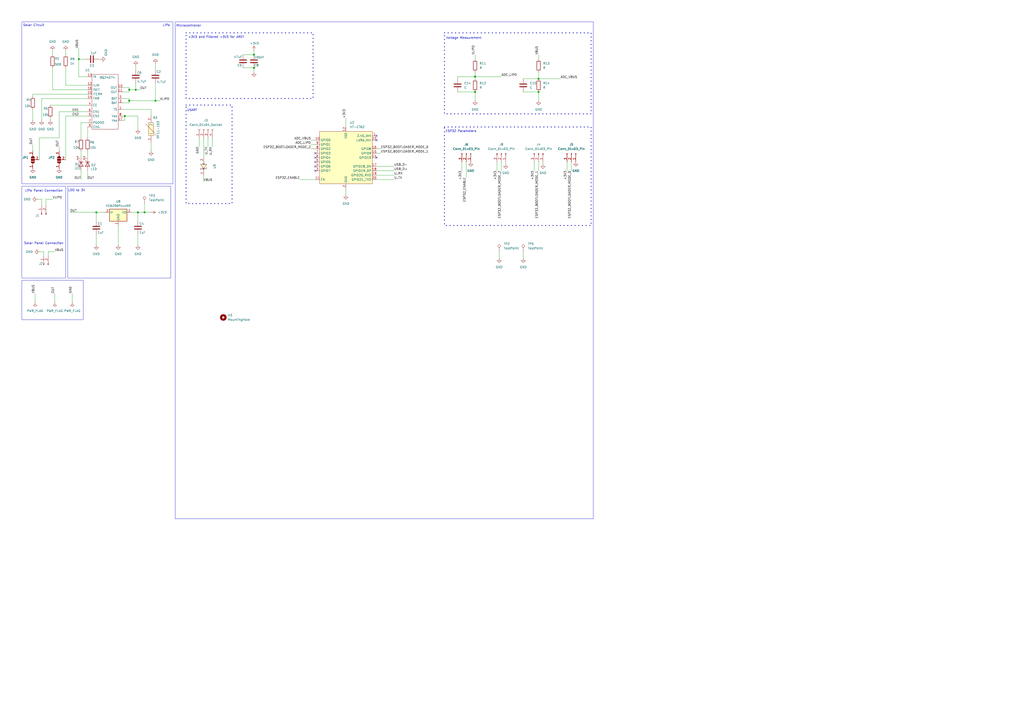
<source format=kicad_sch>
(kicad_sch (version 20231120) (generator "eeschema") (generator_version "8.0")
  (paper "A2")
  (title_block (title "SRCS") (date "2024-06-16"))
  (lib_symbols
    (symbol "Connector:Conn_01x02_Pin" (pin_names (offset 1.016) hide)
      (property "Reference" "J" (at 0 2.54 0))
      (property "Value" "Conn_01x02_Pin" (at 0 -5.08 0))
      (symbol "Conn_01x02_Pin_1_1"
        (polyline (pts (xy 1.27 -2.54) (xy 0.8636 -2.54)) (stroke (width 0.1524)))
        (polyline (pts (xy 1.27 0) (xy 0.8636 0)) (stroke (width 0.1524)))
        (rectangle (start 0.8636 -2.413) (end 0 -2.667) (stroke (width 0.1524)) (fill (type outline)))
        (rectangle (start 0.8636 0.127) (end 0 -0.127) (stroke (width 0.1524)) (fill (type outline)))
        (pin passive line (at 5.08 0 180) (length 3.81) (name "Pin_1") (number "1"))
        (pin passive line (at 5.08 -2.54 180) (length 3.81) (name "Pin_2") (number "2"))
      )
    )
    (symbol "Connector:Conn_01x03_Pin" (pin_names (offset 1.016) hide)
      (property "Reference" "J" (at 0 5.08 0))
      (property "Value" "Conn_01x03_Pin" (at 0 -5.08 0))
      (symbol "Conn_01x03_Pin_1_1"
        (polyline (pts (xy 1.27 -2.54) (xy 0.8636 -2.54)) (stroke (width 0.1524)))
        (polyline (pts (xy 1.27 0) (xy 0.8636 0)) (stroke (width 0.1524)))
        (polyline (pts (xy 1.27 2.54) (xy 0.8636 2.54)) (stroke (width 0.1524)))
        (rectangle (start 0.8636 -2.413) (end 0 -2.667) (stroke (width 0.1524)) (fill (type outline)))
        (rectangle (start 0.8636 0.127) (end 0 -0.127) (stroke (width 0.1524)) (fill (type outline)))
        (rectangle (start 0.8636 2.667) (end 0 2.413) (stroke (width 0.1524)) (fill (type outline)))
        (pin passive line (at 5.08 2.54 180) (length 3.81) (name "Pin_1") (number "1"))
        (pin passive line (at 5.08 0 180) (length 3.81) (name "Pin_2") (number "2"))
        (pin passive line (at 5.08 -2.54 180) (length 3.81) (name "Pin_3") (number "3"))
      )
    )
    (symbol "Connector:Conn_01x04_Socket" (pin_names (offset 1.016) hide)
      (property "Reference" "J" (at 0 5.08 0))
      (property "Value" "Conn_01x04_Socket" (at 0 -7.62 0))
      (symbol "Conn_01x04_Socket_1_1"
        (arc (start 0 -4.572) (mid -0.5058 -5.08) (end 0 -5.588) (stroke (width 0.1524)))
        (arc (start 0 -2.032) (mid -0.5058 -2.54) (end 0 -3.048) (stroke (width 0.1524)))
        (polyline (pts (xy -1.27 -5.08) (xy -0.508 -5.08)) (stroke (width 0.1524)))
        (polyline (pts (xy -1.27 -2.54) (xy -0.508 -2.54)) (stroke (width 0.1524)))
        (polyline (pts (xy -1.27 0) (xy -0.508 0)) (stroke (width 0.1524)))
        (polyline (pts (xy -1.27 2.54) (xy -0.508 2.54)) (stroke (width 0.1524)))
        (arc (start 0 0.508) (mid -0.5058 0) (end 0 -0.508) (stroke (width 0.1524)))
        (arc (start 0 3.048) (mid -0.5058 2.54) (end 0 2.032) (stroke (width 0.1524)))
        (pin passive line (at -5.08 2.54 0) (length 3.81) (name "Pin_1") (number "1"))
        (pin passive line (at -5.08 0 0) (length 3.81) (name "Pin_2") (number "2"))
        (pin passive line (at -5.08 -2.54 0) (length 3.81) (name "Pin_3") (number "3"))
        (pin passive line (at -5.08 -5.08 0) (length 3.81) (name "Pin_4") (number "4"))
      )
    )
    (symbol "Connector:TestPoint" (pin_numbers hide) (pin_names (offset 0.762) hide)
      (property "Reference" "TP" (at 0 6.858 0))
      (property "Value" "TestPoint" (at 0 5.08 0))
      (symbol "TestPoint_0_1"
        (circle (center 0 3.302) (radius 0.762))
      )
      (symbol "TestPoint_1_1"
        (pin passive line (at 0 0 90) (length 2.54) (name "1") (number "1"))
      )
    )
    (symbol "Device:C" (pin_numbers hide) (pin_names (offset 0.254))
      (property "Reference" "C" (at 0.635 2.54 0))
      (property "Value" "C" (at 0.635 -2.54 0))
      (symbol "C_0_1"
        (polyline (pts (xy -2.032 -0.762) (xy 2.032 -0.762)) (stroke (width 0.508)))
        (polyline (pts (xy -2.032 0.762) (xy 2.032 0.762)) (stroke (width 0.508)))
      )
      (symbol "C_1_1"
        (pin passive line (at 0 3.81 270) (length 2.794) (name "~") (number "1"))
        (pin passive line (at 0 -3.81 90) (length 2.794) (name "~") (number "2"))
      )
    )
    (symbol "Device:LED" (pin_numbers hide) (pin_names (offset 1.016) hide)
      (property "Reference" "D" (at 0 2.54 0))
      (property "Value" "LED" (at 0 -2.54 0))
      (symbol "LED_0_1"
        (polyline (pts (xy -1.27 -1.27) (xy -1.27 1.27)) (stroke (width 0.254)))
        (polyline (pts (xy -1.27 0) (xy 1.27 0)))
        (polyline (pts (xy 1.27 -1.27) (xy 1.27 1.27) (xy -1.27 0) (xy 1.27 -1.27)) (stroke (width 0.254)))
        (polyline (pts (xy -3.048 -0.762) (xy -4.572 -2.286) (xy -3.81 -2.286) (xy -4.572 -2.286) (xy -4.572 -1.524)))
        (polyline (pts (xy -1.778 -0.762) (xy -3.302 -2.286) (xy -2.54 -2.286) (xy -3.302 -2.286) (xy -3.302 -1.524)))
      )
      (symbol "LED_1_1"
        (pin passive line (at -3.81 0 0) (length 2.54) (name "K") (number "1"))
        (pin passive line (at 3.81 0 180) (length 2.54) (name "A") (number "2"))
      )
    )
    (symbol "Device:R" (pin_numbers hide) (pin_names (offset 0))
      (property "Reference" "R" (at 2.032 0 90))
      (property "Value" "R" (at 0 0 90))
      (symbol "R_0_1"
        (rectangle (start -1.016 -2.54) (end 1.016 2.54) (stroke (width 0.254)))
      )
      (symbol "R_1_1"
        (pin passive line (at 0 3.81 270) (length 1.27) (name "~") (number "1"))
        (pin passive line (at 0 -3.81 90) (length 1.27) (name "~") (number "2"))
      )
    )
    (symbol "Jumper:SolderJumper_3_Open" (pin_names (offset 0) hide) (exclude_from_sim yes) (in_bom no)
      (property "Reference" "JP" (at -2.54 -2.54 0))
      (property "Value" "SolderJumper_3_Open" (at 0 2.794 0))
      (symbol "SolderJumper_3_Open_0_1"
        (arc (start -1.016 1.016) (mid -2.0276 0) (end -1.016 -1.016))
        (arc (start -1.016 1.016) (mid -2.0276 0) (end -1.016 -1.016) (fill (type outline)))
        (rectangle (start -0.508 1.016) (end 0.508 -1.016) (fill (type outline)))
        (polyline (pts (xy -2.54 0) (xy -2.032 0)))
        (polyline (pts (xy -1.016 1.016) (xy -1.016 -1.016)))
        (polyline (pts (xy 0 -1.27) (xy 0 -1.016)))
        (polyline (pts (xy 1.016 1.016) (xy 1.016 -1.016)))
        (polyline (pts (xy 2.54 0) (xy 2.032 0)))
        (arc (start 1.016 -1.016) (mid 2.0276 0) (end 1.016 1.016))
        (arc (start 1.016 -1.016) (mid 2.0276 0) (end 1.016 1.016) (fill (type outline)))
      )
      (symbol "SolderJumper_3_Open_1_1"
        (pin passive line (at -5.08 0 0) (length 2.54) (name "A") (number "1"))
        (pin passive line (at 0 -3.81 90) (length 2.54) (name "C") (number "2"))
        (pin passive line (at 5.08 0 180) (length 2.54) (name "B") (number "3"))
      )
    )
    (symbol "Mechanical:MountingHole" (pin_names (offset 1.016)) (exclude_from_sim yes) (in_bom no)
      (property "Reference" "H" (at 0 5.08 0))
      (property "Value" "MountingHole" (at 0 3.175 0))
      (symbol "MountingHole_0_1"
        (circle (center 0 0) (radius 1.27) (stroke (width 1.27)))
      )
    )
    (symbol "RF_Module:HT-CT62"
      (property "Reference" "U" (at 0 0 0))
      (property "Value" "HT-CT62" (at 10.16 17.78 0))
      (symbol "HT-CT62_1_1"
        (rectangle (start -15.24 15.24) (end 15.24 -15.24) (fill (type background)))
        (pin bidirectional line (at 17.78 12.7 180) (length 2.54) (name "2.4G_Ant") (number "1"))
        (pin bidirectional line (at -17.78 10.16 0) (length 2.54) (name "GPIO0") (number "10"))
        (pin input line (at -17.78 -12.7 0) (length 2.54) (name "EN") (number "11"))
        (pin power_in line (at 0 17.78 270) (length 2.54) (name "VDD") (number "12"))
        (pin passive line (at 0 -17.78 90) (length 2.54) hide (name "GND") (number "13"))
        (pin bidirectional line (at 17.78 0 180) (length 2.54) (name "GPIO10") (number "14"))
        (pin bidirectional line (at 17.78 2.54 180) (length 2.54) (name "GPIO9") (number "15"))
        (pin bidirectional line (at 17.78 5.08 180) (length 2.54) (name "GPIO8") (number "16"))
        (pin bidirectional line (at 17.78 -5.08 180) (length 2.54) (name "GPIO18_DN") (number "17"))
        (pin bidirectional line (at 17.78 -7.62 180) (length 2.54) (name "GPIO19_DP") (number "18"))
        (pin bidirectional line (at 17.78 -10.16 180) (length 2.54) (name "GPIO20_RXD") (number "19"))
        (pin power_in line (at 0 -17.78 90) (length 2.54) (name "GND") (number "2"))
        (pin bidirectional line (at 17.78 -12.7 180) (length 2.54) (name "GPIO21_TXD") (number "20"))
        (pin passive line (at 0 -17.78 90) (length 2.54) hide (name "GND") (number "21"))
        (pin bidirectional line (at 17.78 10.16 180) (length 2.54) (name "LoRa_Ant") (number "22"))
        (pin bidirectional line (at -17.78 -7.62 0) (length 2.54) (name "GPIO7") (number "3"))
        (pin bidirectional line (at -17.78 -5.08 0) (length 2.54) (name "GPIO6") (number "4"))
        (pin bidirectional line (at -17.78 -2.54 0) (length 2.54) (name "GPIO5") (number "5"))
        (pin bidirectional line (at -17.78 0 0) (length 2.54) (name "GPIO4") (number "6"))
        (pin bidirectional line (at -17.78 2.54 0) (length 2.54) (name "GPIO3") (number "7"))
        (pin bidirectional line (at -17.78 5.08 0) (length 2.54) (name "GPIO2") (number "8"))
        (pin bidirectional line (at -17.78 7.62 0) (length 2.54) (name "GPIO1") (number "9"))
      )
    )
    (symbol "Regulator_Linear:XC6206PxxxMR" (pin_names (offset 0.254))
      (property "Reference" "U" (at -3.81 3.175 0))
      (property "Value" "XC6206PxxxMR" (at 0 3.175 0))
      (symbol "XC6206PxxxMR_0_1"
        (rectangle (start -5.08 1.905) (end 5.08 -5.08) (stroke (width 0.254)) (fill (type background)))
      )
      (symbol "XC6206PxxxMR_1_1"
        (pin power_in line (at 0 -7.62 90) (length 2.54) (name "GND") (number "1"))
        (pin power_out line (at 7.62 0 180) (length 2.54) (name "VO") (number "2"))
        (pin power_in line (at -7.62 0 0) (length 2.54) (name "VI") (number "3"))
      )
    )
    (symbol "own_symbols:BQ24074"
      (property "Reference" "U1" (at 0 0 0))
      (property "Value" "BQ24074" (at 11.43 -4.318 0))
      (symbol "BQ24074_0_1"
        (rectangle (start 2.54 -2.54) (end 17.78 -34.29))
      )
      (symbol "BQ24074_1_1"
        (pin passive line (at 20.32 -22.86 180) (length 2.54) (name "TS") (number "1"))
        (pin passive line (at 20.32 -10.16 180) (length 2.54) (name "OUT") (number "10"))
        (pin passive line (at 20.32 -12.7 180) (length 2.54) (name "OUT") (number "11"))
        (pin passive line (at 0 -8.89 0) (length 2.54) (name "ILIM") (number "12"))
        (pin passive line (at 0 -3.81 0) (length 2.54) (name "IN") (number "13"))
        (pin passive line (at 0 -16.51 0) (length 2.54) (name "TMR") (number "14"))
        (pin passive line (at 0 -13.97 0) (length 2.54) (name "ITERM") (number "15"))
        (pin passive line (at 0 -11.43 0) (length 2.54) (name "ISET") (number "16"))
        (pin passive line (at 20.32 -29.21 180) (length 2.54) (name "Vss") (number "17"))
        (pin passive line (at 20.32 -16.51 180) (length 2.54) (name "BAT") (number "2"))
        (pin passive line (at 20.32 -19.05 180) (length 2.54) (name "BAT") (number "3"))
        (pin passive line (at 0 -20.32 0) (length 2.54) (name "CE") (number "4"))
        (pin passive line (at 0 -26.67 0) (length 2.54) (name "EN2") (number "5"))
        (pin passive line (at 0 -24.13 0) (length 2.54) (name "EN1") (number "6"))
        (pin passive line (at 0 -30.48 0) (length 2.54) (name "PGOOD") (number "7"))
        (pin passive line (at 20.32 -26.67 180) (length 2.54) (name "Vss") (number "8"))
        (pin passive line (at 0 -33.02 0) (length 2.54) (name "CHG") (number "9"))
      )
    )
    (symbol "own_symbols:MF11-103"
      (property "Reference" "R" (at 0 5.08 0))
      (property "Value" "MF11-103" (at 0 -5.08 0))
      (symbol "MF11-103_0_1"
        (rectangle (start -3.81 1.27) (end 3.81 -1.27) (fill (type background)))
        (polyline (pts (xy 3.05 3.05) (xy -2.54 -2.29) (xy -3.81 -2.29)))
        (pin unspecified line (at -7.62 0 0) (length 3.81) (name "1") (number "1"))
        (pin unspecified line (at 7.62 0 180) (length 3.81) (name "2") (number "2"))
      )
    )
    (symbol "own_symbols:SS26_C5350986"
      (property "Reference" "U" (at 0 5.08 0))
      (property "Value" "SS26_C5350986" (at 0 -5.08 0))
      (symbol "SS26_C5350986_0_1"
        (polyline (pts (xy -1.27 0) (xy -2.54 0)))
        (polyline (pts (xy 2.54 0) (xy 1.27 0)))
        (polyline (pts (xy 1.27 1.78) (xy -1.27 0) (xy 1.27 -1.78) (xy 1.27 1.78)) (fill (type background)))
        (polyline (pts (xy -1.78 1.27) (xy -1.78 1.78) (xy -1.27 1.78) (xy -1.27 -1.78) (xy -0.76 -1.78) (xy -0.76 -1.27)))
        (pin unspecified line (at -5.08 0 0) (length 2.54) (name "K") (number "1"))
        (pin unspecified line (at 5.08 0 180) (length 2.54) (name "A") (number "2"))
      )
    )
    (symbol "power:+3V0" (power) (pin_numbers hide) (pin_names (offset 0) hide)
      (property "Value" "+3V0" (at 0 3.556 0))
      (symbol "+3V0_0_1"
        (polyline (pts (xy -0.762 1.27) (xy 0 2.54)))
        (polyline (pts (xy 0 0) (xy 0 2.54)))
        (polyline (pts (xy 0 2.54) (xy 0.762 1.27)))
      )
      (symbol "+3V0_1_1"
        (pin power_in line (at 0 0 90) (length 0) (name "~") (number "1"))
      )
    )
    (symbol "power:GND" (power) (pin_numbers hide) (pin_names (offset 0) hide)
      (property "Value" "GND" (at 0 -3.81 0))
      (symbol "GND_0_1"
        (polyline (pts (xy 0 0) (xy 0 -1.27) (xy 1.27 -1.27) (xy 0 -2.54) (xy -1.27 -1.27) (xy 0 -1.27)))
      )
      (symbol "GND_1_1"
        (pin power_in line (at 0 0 270) (length 0) (name "~") (number "1"))
      )
    )
    (symbol "power:PWR_FLAG" (power) (pin_numbers hide) (pin_names (offset 0) hide)
      (property "Value" "PWR_FLAG" (at 0 3.81 0))
      (symbol "PWR_FLAG_0_0"
        (pin power_out line (at 0 0 90) (length 0) (name "~") (number "1"))
      )
      (symbol "PWR_FLAG_0_1"
        (polyline (pts (xy 0 0) (xy 0 1.27) (xy -1.016 1.905) (xy 0 2.54) (xy 1.016 1.905) (xy 0 1.27)))
      )
    )
  )
  (junction (at 312.42 53.34))
  (junction (at 83.82 123.19))
  (junction (at 72.39 67.31))
  (junction (at 312.42 45.72))
  (junction (at 74.93 52.07))
  (junction (at 80.01 123.19))
  (junction (at 78.74 52.07))
  (junction (at 90.17 58.42))
  (junction (at 275.59 53.34))
  (junction (at 147.32 31.75))
  (junction (at 275.59 44.45))
  (junction (at 74.93 58.42))
  (junction (at 55.88 123.19))
  (junction (at 45.72 34.29))
  (junction (at 147.32 39.37))
  (no_connect (at 182.88 96.52))
  (no_connect (at 218.44 78.74))
  (no_connect (at 182.88 88.9))
  (no_connect (at 218.44 91.44))
  (no_connect (at 182.88 93.98))
  (no_connect (at 182.88 99.06))
  (no_connect (at 218.44 81.28))
  (no_connect (at 182.88 91.44))
  (wire (pts (xy 68.58 130.81) (xy 68.58 142.24)))
  (wire (pts (xy 123.19 80.01) (xy 123.19 85.09)))
  (wire (pts (xy 312.42 45.72) (xy 325.12 45.72)))
  (wire (pts (xy 303.53 146.05) (xy 303.53 149.86)))
  (wire (pts (xy 140.97 31.75) (xy 147.32 31.75)))
  (wire (pts (xy 34.29 85.09) (xy 34.29 87.63)))
  (wire (pts (xy 55.88 123.19) (xy 60.96 123.19)))
  (wire (pts (xy 24.13 57.15) (xy 50.8 57.15)))
  (wire (pts (xy 87.63 63.5) (xy 87.63 67.31)))
  (wire (pts (xy 45.72 34.29) (xy 49.53 34.29)))
  (wire (pts (xy 55.88 123.19) (xy 55.88 128.27)))
  (wire (pts (xy 50.8 54.61) (xy 19.05 54.61)))
  (wire (pts (xy 270.51 102.87) (xy 270.51 93.98)))
  (wire (pts (xy 45.72 27.94) (xy 45.72 34.29)))
  (wire (pts (xy 74.93 57.15) (xy 71.12 57.15)))
  (wire (pts (xy 72.39 69.85) (xy 72.39 67.31)))
  (wire (pts (xy 147.32 29.21) (xy 147.32 31.75)))
  (wire (pts (xy 328.93 93.98) (xy 328.93 99.06)))
  (wire (pts (xy 331.47 93.98) (xy 331.47 99.06)))
  (wire (pts (xy 74.93 59.69) (xy 71.12 59.69)))
  (wire (pts (xy 19.05 63.5) (xy 19.05 69.85)))
  (wire (pts (xy 74.93 52.07) (xy 74.93 53.34)))
  (wire (pts (xy 38.1 39.37) (xy 38.1 49.53)))
  (wire (pts (xy 80.01 67.31) (xy 80.01 74.93)))
  (wire (pts (xy 24.13 119.38) (xy 24.13 115.57)))
  (wire (pts (xy 74.93 57.15) (xy 74.93 58.42)))
  (wire (pts (xy 267.97 93.98) (xy 267.97 99.06)))
  (wire (pts (xy 22.86 146.05) (xy 25.4 146.05)))
  (wire (pts (xy 80.01 135.89) (xy 80.01 142.24)))
  (wire (pts (xy 34.29 64.77) (xy 34.29 80.01)))
  (wire (pts (xy 90.17 48.26) (xy 90.17 58.42)))
  (wire (pts (xy 71.12 69.85) (xy 72.39 69.85)))
  (wire (pts (xy 46.99 71.12) (xy 46.99 80.01)))
  (wire (pts (xy 218.44 101.6) (xy 228.6 101.6)))
  (wire (pts (xy 265.43 45.72) (xy 265.43 44.45)))
  (wire (pts (xy 90.17 58.42) (xy 92.71 58.42)))
  (wire (pts (xy 200.66 68.58) (xy 200.66 73.66)))
  (wire (pts (xy 76.2 123.19) (xy 80.01 123.19)))
  (wire (pts (xy 22.86 80.01) (xy 22.86 92.71)))
  (wire (pts (xy 74.93 58.42) (xy 74.93 59.69)))
  (wire (pts (xy 218.44 104.14) (xy 228.6 104.14)))
  (wire (pts (xy 312.42 93.98) (xy 312.42 99.06)))
  (wire (pts (xy 275.59 41.91) (xy 275.59 44.45)))
  (wire (pts (xy 29.21 68.58) (xy 29.21 69.85)))
  (wire (pts (xy 180.34 81.28) (xy 182.88 81.28)))
  (wire (pts (xy 118.11 101.6) (xy 118.11 105.41)))
  (wire (pts (xy 30.48 29.21) (xy 30.48 31.75)))
  (wire (pts (xy 71.12 50.8) (xy 74.93 50.8)))
  (wire (pts (xy 275.59 44.45) (xy 275.59 45.72)))
  (wire (pts (xy 265.43 44.45) (xy 275.59 44.45)))
  (wire (pts (xy 78.74 38.1) (xy 78.74 40.64)))
  (wire (pts (xy 90.17 40.64) (xy 90.17 36.83)))
  (wire (pts (xy 30.48 115.57) (xy 26.67 115.57)))
  (wire (pts (xy 26.67 115.57) (xy 26.67 119.38)))
  (wire (pts (xy 275.59 31.75) (xy 275.59 34.29)))
  (wire (pts (xy 314.96 95.25) (xy 314.96 93.98)))
  (wire (pts (xy 312.42 41.91) (xy 312.42 45.72)))
  (wire (pts (xy 74.93 58.42) (xy 90.17 58.42)))
  (wire (pts (xy 275.59 44.45) (xy 290.83 44.45)))
  (wire (pts (xy 50.8 44.45) (xy 45.72 44.45)))
  (wire (pts (xy 19.05 54.61) (xy 19.05 55.88)))
  (wire (pts (xy 312.42 31.75) (xy 312.42 34.29)))
  (wire (pts (xy 50.8 73.66) (xy 50.8 80.01)))
  (wire (pts (xy 50.8 71.12) (xy 46.99 71.12)))
  (wire (pts (xy 275.59 53.34) (xy 275.59 58.42)))
  (wire (pts (xy 115.57 80.01) (xy 115.57 85.09)))
  (wire (pts (xy 80.01 123.19) (xy 83.82 123.19)))
  (wire (pts (xy 312.42 53.34) (xy 312.42 58.42)))
  (wire (pts (xy 288.29 93.98) (xy 288.29 99.06)))
  (wire (pts (xy 303.53 53.34) (xy 312.42 53.34)))
  (wire (pts (xy 218.44 99.06) (xy 228.6 99.06)))
  (wire (pts (xy 303.53 45.72) (xy 312.42 45.72)))
  (wire (pts (xy 27.94 146.05) (xy 27.94 148.59)))
  (wire (pts (xy 30.48 52.07) (xy 50.8 52.07)))
  (wire (pts (xy 50.8 87.63) (xy 50.8 91.44)))
  (wire (pts (xy 19.05 83.82) (xy 19.05 87.63)))
  (wire (pts (xy 78.74 48.26) (xy 78.74 52.07)))
  (wire (pts (xy 34.29 64.77) (xy 50.8 64.77)))
  (wire (pts (xy 34.29 80.01) (xy 22.86 80.01)))
  (wire (pts (xy 218.44 96.52) (xy 228.6 96.52)))
  (wire (pts (xy 147.32 39.37) (xy 147.32 41.91)))
  (wire (pts (xy 83.82 123.19) (xy 87.63 123.19)))
  (wire (pts (xy 180.34 86.36) (xy 182.88 86.36)))
  (wire (pts (xy 180.34 83.82) (xy 182.88 83.82)))
  (wire (pts (xy 46.99 87.63) (xy 46.99 91.44)))
  (wire (pts (xy 55.88 135.89) (xy 55.88 142.24)))
  (wire (pts (xy 38.1 29.21) (xy 38.1 31.75)))
  (wire (pts (xy 120.65 80.01) (xy 120.65 85.09)))
  (wire (pts (xy 218.44 86.36) (xy 220.98 86.36)))
  (wire (pts (xy 29.21 60.96) (xy 50.8 60.96)))
  (wire (pts (xy 71.12 63.5) (xy 87.63 63.5)))
  (wire (pts (xy 41.91 175.26) (xy 41.91 170.18)))
  (wire (pts (xy 140.97 39.37) (xy 147.32 39.37)))
  (wire (pts (xy 40.64 123.19) (xy 55.88 123.19)))
  (wire (pts (xy 50.8 99.06) (xy 50.8 104.14)))
  (wire (pts (xy 71.12 67.31) (xy 72.39 67.31)))
  (wire (pts (xy 38.1 67.31) (xy 50.8 67.31)))
  (wire (pts (xy 21.59 115.57) (xy 24.13 115.57)))
  (wire (pts (xy 74.93 52.07) (xy 78.74 52.07)))
  (wire (pts (xy 57.15 34.29) (xy 58.42 34.29)))
  (wire (pts (xy 87.63 82.55) (xy 87.63 87.63)))
  (wire (pts (xy 78.74 52.07) (xy 81.28 52.07)))
  (wire (pts (xy 27.94 146.05) (xy 31.75 146.05)))
  (wire (pts (xy 200.66 109.22) (xy 200.66 113.03)))
  (wire (pts (xy 25.4 148.59) (xy 25.4 146.05)))
  (wire (pts (xy 20.32 175.26) (xy 20.32 170.18)))
  (wire (pts (xy 24.13 69.85) (xy 24.13 57.15)))
  (wire (pts (xy 289.56 146.05) (xy 289.56 149.86)))
  (wire (pts (xy 218.44 88.9) (xy 220.98 88.9)))
  (wire (pts (xy 46.99 99.06) (xy 46.99 104.14)))
  (wire (pts (xy 173.99 104.14) (xy 182.88 104.14)))
  (wire (pts (xy 309.88 93.98) (xy 309.88 99.06)))
  (wire (pts (xy 293.37 95.25) (xy 293.37 93.98)))
  (wire (pts (xy 83.82 118.11) (xy 83.82 123.19)))
  (wire (pts (xy 72.39 67.31) (xy 80.01 67.31)))
  (wire (pts (xy 80.01 123.19) (xy 80.01 128.27)))
  (wire (pts (xy 50.8 49.53) (xy 38.1 49.53)))
  (wire (pts (xy 265.43 53.34) (xy 275.59 53.34)))
  (wire (pts (xy 74.93 50.8) (xy 74.93 52.07)))
  (wire (pts (xy 45.72 34.29) (xy 45.72 44.45)))
  (wire (pts (xy 30.48 39.37) (xy 30.48 52.07)))
  (wire (pts (xy 118.11 80.01) (xy 118.11 91.44)))
  (wire (pts (xy 38.1 92.71) (xy 38.1 67.31)))
  (wire (pts (xy 290.83 93.98) (xy 290.83 99.06)))
  (wire (pts (xy 74.93 53.34) (xy 71.12 53.34)))
  (wire (pts (xy 31.75 175.26) (xy 31.75 170.18)))
  (rectangle (start 101.6 12.7) (end 344.17 300.99))
  (rectangle (start 107.95 19.05) (end 181.61 57.15) (stroke (width 0.508) (type dot)))
  (rectangle (start 107.95 60.96) (end 134.62 118.11) (stroke (width 0.508) (type dot)))
  (rectangle (start 12.7 162.56) (end 48.26 185.42))
  (rectangle (start 257.81 73.66) (end 342.9 130.81) (stroke (width 0.508) (type dot)))
  (rectangle (start 12.7 12.7) (end 100.33 106.68))
  (rectangle (start 39.37 107.95) (end 99.06 161.29))
  (rectangle (start 12.7 107.95) (end 38.1 161.29))
  (rectangle (start 257.81 19.05) (end 342.9 66.04) (stroke (width 0.508) (type dot)))
  (text "ESP32 Parameters" (at 267.462 76.2 0) (effects (font (size 1.27 1.27))))
  (text "Solar Circuit" (at 19.558 14.732 0) (effects (font (size 1.27 1.27))))
  (text "Microcontroller" (at 109.474 14.986 0) (effects (font (size 1.27 1.27))))
  (text "USART" (at 111.506 64.008 0) (effects (font (size 1.27 1.27))))
  (text "Voltage Measurement" (at 268.986 22.098 0) (effects (font (size 1.27 1.27))))
  (text "LiPo" (at 96.52 14.732 0) (effects (font (size 1.27 1.27))))
  (text "LiPo Panel Connection" (at 25.4 110.744 0) (effects (font (size 1.27 1.27))))
  (text "+3V3 and filtered +3V3 for AREF\n" (at 125.476 21.59 0) (effects (font (size 1.27 1.27))))
  (text "Solar Panel Connection" (at 25.4 141.224 0) (effects (font (size 1.27 1.27))))
  (text "LDO to 3V" (at 44.45 110.49 0) (effects (font (size 1.27 1.27))))
  (label "+3V3" (at 309.88 99.06 270))
  (label "EN1" (at 41.91 64.77 0))
  (label "U_RX" (at 228.6 101.6 0))
  (label "ADC_VBUS" (at 180.34 81.28 180))
  (label "GND" (at 41.91 170.18 90))
  (label "ESP32_BOOTLOADER_MODE_2" (at 290.83 99.06 270))
  (label "USB_D+" (at 228.6 99.06 0))
  (label "OUT" (at 40.64 123.19 0))
  (label "ESP32_BOOTLOADER_MODE_1" (at 220.98 88.9 0))
  (label "OUT" (at 19.05 83.82 90))
  (label "OUT" (at 34.29 85.09 90))
  (label "VLIPO" (at 30.48 115.57 0))
  (label "USB_D-" (at 228.6 96.52 0))
  (label "EN2" (at 41.91 67.31 0))
  (label "VLIPO" (at 275.59 31.75 90))
  (label "VBUS" (at 118.11 105.41 0))
  (label "VBUS" (at 45.72 27.94 90))
  (label "U_TX" (at 228.6 104.14 0))
  (label "OUT" (at 46.99 104.14 180))
  (label "ESP32_BOOTLOADER_MODE_0" (at 220.98 86.36 0))
  (label "GND" (at 115.57 85.09 270))
  (label "VLIPO" (at 92.71 58.42 0))
  (label "ADC_LIPO" (at 290.83 44.45 0))
  (label "ESP32_ENABLE" (at 270.51 102.87 270))
  (label "+3V3" (at 200.66 68.58 90))
  (label "U_TX" (at 120.65 85.09 270))
  (label "U_RX" (at 123.19 85.09 270))
  (label "ADC_VBUS" (at 325.12 45.72 0))
  (label "ADC_LIPO" (at 180.34 83.82 180))
  (label "OUT" (at 81.28 52.07 0))
  (label "VBUS" (at 312.42 31.75 90))
  (label "+3V3" (at 288.29 99.06 270))
  (label "VBUS" (at 31.75 146.05 0))
  (label "ESP32_ENABLE" (at 173.99 104.14 180))
  (label "ESP32_BOOTLOADER_MODE_2" (at 180.34 86.36 180))
  (label "+3V3" (at 328.93 99.06 270))
  (label "VBUS" (at 20.32 170.18 90))
  (label "OUT" (at 31.75 170.18 90))
  (label "ESP32_BOOTLOADER_MODE_0" (at 331.47 99.06 270))
  (label "+3V3" (at 267.97 99.06 270))
  (label "OUT" (at 50.8 104.14 0))
  (label "ESP32_BOOTLOADER_MODE_1" (at 312.42 99.06 270))
  (symbol (lib_id "power:GND") (at 147.32 41.91 0) (unit 1)
    (property "Reference" "#PWR015" (effects (hide yes)))
    (property "Value" "GND" (effects (hide yes)))
    (property "Description" "Power symbol creates a global label with name \"GND\" , ground" (effects (hide yes)))
  )
  (symbol (lib_id "power:+3V0") (at 87.63 123.19 270) (unit 1)
    (property "Reference" "#PWR017" (effects (hide yes)))
    (property "Value" "+3V3" (at 91.44 123.1899 90) (effects (justify left)))
    (property "Description" "Power symbol creates a global label with name \"+3V0\"" (effects (hide yes)))
  )
  (symbol (lib_id "Device:R") (at 312.42 49.53 0) (unit 1)
    (property "Reference" "R14" (at 314.96 48.2599 0) (effects (justify left)))
    (property "Value" "R" (at 314.96 50.7999 0) (effects (justify left)))
    (property "Footprint" "Resistor_SMD:R_0805_2012Metric_Pad1.20x1.40mm_HandSolder" (effects (hide yes)))
    (property "Description" "Resistor" (effects (hide yes)))
  )
  (symbol (lib_id "power:GND") (at 80.01 142.24 0) (unit 1)
    (property "Reference" "#PWR04" (effects (hide yes)))
    (property "Value" "GND" (at 80.01 147.32 0))
    (property "Description" "Power symbol creates a global label with name \"GND\" , ground" (effects (hide yes)))
  )
  (symbol (lib_id "power:GND") (at 30.48 29.21 180) (unit 1)
    (property "Reference" "#PWR02" (effects (hide yes)))
    (property "Value" "GND" (at 30.48 24.13 0))
    (property "Description" "Power symbol creates a global label with name \"GND\" , ground" (effects (hide yes)))
  )
  (symbol (lib_id "power:+3V0") (at 147.32 29.21 0) (unit 1)
    (property "Reference" "#PWR018" (effects (hide yes)))
    (property "Value" "+3V3" (at 147.574 25.146 0))
    (property "Description" "Power symbol creates a global label with name \"+3V0\"" (effects (hide yes)))
  )
  (symbol (lib_id "power:GND") (at 334.01 93.98 0) (unit 1)
    (property "Reference" "#PWR022" (effects (hide yes)))
    (property "Value" "GND" (at 334.01 99.06 0))
    (property "Description" "Power symbol creates a global label with name \"GND\" , ground" (effects (hide yes)))
  )
  (symbol (lib_id "Connector:TestPoint") (at 303.53 146.05 0) (unit 1)
    (property "Reference" "TP5" (at 306.07 141.4779 0) (effects (justify left)))
    (property "Value" "TestPoint" (at 306.07 144.0179 0) (effects (justify left)))
    (property "Footprint" "Connector_PinHeader_2.54mm:PinHeader_1x01_P2.54mm_Vertical" (effects (hide yes)))
    (property "Description" "test point" (effects (hide yes)))
  )
  (symbol (lib_id "power:GND") (at 19.05 69.85 0) (unit 1)
    (property "Reference" "#PWR05" (effects (hide yes)))
    (property "Value" "GND" (at 19.05 74.93 0))
    (property "Description" "Power symbol creates a global label with name \"GND\" , ground" (effects (hide yes)))
  )
  (symbol (lib_id "Device:C") (at 147.32 35.56 180) (unit 1)
    (property "Reference" "C8" (at 150.114 37.846 0) (effects (justify left)))
    (property "Value" "100nF" (at 153.416 33.274 0) (effects (justify left)))
    (property "Footprint" "Capacitor_SMD:C_0805_2012Metric_Pad1.18x1.45mm_HandSolder" (effects (hide yes)))
    (property "Description" "Unpolarized capacitor" (effects (hide yes)))
  )
  (symbol (lib_id "Device:R") (at 38.1 35.56 0) (unit 1)
    (property "Reference" "R9" (at 40.64 34.2899 0) (effects (justify left)))
    (property "Value" "1k" (at 40.64 36.8299 0) (effects (justify left)))
    (property "Footprint" "Resistor_SMD:R_0805_2012Metric_Pad1.20x1.40mm_HandSolder" (effects (hide yes)))
    (property "Description" "Resistor" (effects (hide yes)))
  )
  (symbol (lib_id "Device:C") (at 140.97 35.56 180) (unit 1)
    (property "Reference" "C5" (at 137.668 37.846 0) (effects (justify right)))
    (property "Value" "47uF" (at 135.636 33.02 0) (effects (justify right)))
    (property "Footprint" "Resistor_SMD:R_1206_3216Metric_Pad1.30x1.75mm_HandSolder" (effects (hide yes)))
    (property "Description" "Unpolarized capacitor" (effects (hide yes)))
  )
  (symbol (lib_id "power:GND") (at 312.42 58.42 0) (unit 1)
    (property "Reference" "#PWR037" (effects (hide yes)))
    (property "Value" "GND" (at 312.42 63.5 0))
    (property "Description" "Power symbol creates a global label with name \"GND\" , ground" (effects (hide yes)))
  )
  (symbol (lib_id "Device:R") (at 30.48 35.56 0) (unit 1)
    (property "Reference" "R1" (at 31.75 34.036 0) (effects (justify left)))
    (property "Value" "500" (at 31.75 37.338 0) (effects (justify left)))
    (property "Footprint" "Resistor_SMD:R_0805_2012Metric_Pad1.20x1.40mm_HandSolder" (effects (hide yes)))
    (property "Description" "Resistor" (effects (hide yes)))
  )
  (symbol (lib_id "power:GND") (at 24.13 69.85 0) (unit 1)
    (property "Reference" "#PWR06" (effects (hide yes)))
    (property "Value" "GND" (at 24.13 74.93 0))
    (property "Description" "Power symbol creates a global label with name \"GND\" , ground" (effects (hide yes)))
  )
  (symbol (lib_id "power:GND") (at 293.37 95.25 0) (unit 1)
    (property "Reference" "#PWR029" (effects (hide yes)))
    (property "Value" "GND" (at 293.37 100.33 0))
    (property "Description" "Power symbol creates a global label with name \"GND\" , ground" (effects (hide yes)))
  )
  (symbol (lib_id "power:GND") (at 90.17 36.83 180) (unit 1)
    (property "Reference" "#PWR012" (effects (hide yes)))
    (property "Value" "GND" (at 90.17 31.75 0))
    (property "Description" "Power symbol creates a global label with name \"GND\" , ground" (effects (hide yes)))
  )
  (symbol (lib_id "Device:R") (at 29.21 64.77 0) (unit 1)
    (property "Reference" "R5" (at 25.146 62.992 0) (effects (justify left)))
    (property "Value" "10k" (at 24.638 66.548 0) (effects (justify left)))
    (property "Footprint" "Resistor_SMD:R_0805_2012Metric_Pad1.20x1.40mm_HandSolder" (effects (hide yes)))
    (property "Description" "Resistor" (effects (hide yes)))
  )
  (symbol (lib_id "Jumper:SolderJumper_3_Open") (at 34.29 92.71 90) (unit 1) (exclude_from_sim yes) (in_bom no)
    (property "Reference" "JP2" (at 31.75 91.4399 90) (effects (justify left)))
    (property "Value" "SolderJumper_3_Open" (effects (hide yes)))
    (property "Footprint" "Jumper:SolderJumper-3_P1.3mm_Open_RoundedPad1.0x1.5mm_NumberLabels" (effects (hide yes)))
    (property "Description" "Solder Jumper, 3-pole, open" (effects (hide yes)))
  )
  (symbol (lib_id "Device:R") (at 312.42 38.1 0) (unit 1)
    (property "Reference" "R13" (at 314.96 36.8299 0) (effects (justify left)))
    (property "Value" "R" (at 314.96 39.3699 0) (effects (justify left)))
    (property "Footprint" "Resistor_SMD:R_0805_2012Metric_Pad1.20x1.40mm_HandSolder" (effects (hide yes)))
    (property "Description" "Resistor" (effects (hide yes)))
  )
  (symbol (lib_id "power:GND") (at 273.05 93.98 0) (unit 1)
    (property "Reference" "#PWR020" (effects (hide yes)))
    (property "Value" "GND" (at 273.05 99.06 0))
    (property "Description" "Power symbol creates a global label with name \"GND\" , ground" (effects (hide yes)))
  )
  (symbol (lib_id "Connector:Conn_01x02_Pin") (at 24.13 124.46 90) (unit 1)
    (property "Reference" "J1" (at 22.86 125.0951 90) (effects (justify left)))
    (property "Value" "Conn_01x02_Socket" (effects (hide yes)))
    (property "Footprint" "Connector_JST:JST_PH_B2B-PH-K_1x02_P2.00mm_Vertical" (effects (hide yes)))
    (property "Description" "Generic connector, single row, 01x02, script generated" (effects (hide yes)))
  )
  (symbol (lib_id "Regulator_Linear:XC6206PxxxMR") (at 68.58 123.19 0) (unit 1)
    (property "Reference" "U8" (at 68.58 116.84 0))
    (property "Value" "XC6206PxxxMR" (at 68.58 119.38 0))
    (property "Footprint" "Package_TO_SOT_SMD:SOT-23-3" (effects (hide yes)))
    (property "Datasheet" "https://www.torexsemi.com/file/xc6206/XC6206.pdf" (effects (hide yes)))
    (property "Description" "Positive 60-250mA Low Dropout Regulator, Fixed Output, SOT-23" (effects (hide yes)))
  )
  (symbol (lib_id "Connector:Conn_01x03_Pin") (at 331.47 88.9 270) (unit 1)
    (property "Reference" "J5" (at 331.47 83.82 90))
    (property "Value" "Conn_01x03_Pin" (at 331.47 86.36 90))
    (property "Footprint" "Connector_PinHeader_2.54mm:PinHeader_1x03_P2.54mm_Vertical" (effects (hide yes)))
    (property "Description" "Generic connector, single row, 01x03, script generated" (effects (hide yes)))
  )
  (symbol (lib_id "power:GND") (at 34.29 97.79 0) (unit 1)
    (property "Reference" "#PWR023" (effects (hide yes)))
    (property "Value" "GND" (at 34.29 102.87 0))
    (property "Description" "Power symbol creates a global label with name \"GND\" , ground" (effects (hide yes)))
  )
  (symbol (lib_id "Device:C") (at 90.17 44.45 0) (unit 1)
    (property "Reference" "C2" (at 90.678 41.656 0) (effects (justify left)))
    (property "Value" "4.7uF" (at 90.932 47.498 0) (effects (justify left)))
    (property "Footprint" "Capacitor_SMD:C_0805_2012Metric_Pad1.18x1.45mm_HandSolder" (effects (hide yes)))
    (property "Description" "Unpolarized capacitor" (effects (hide yes)))
  )
  (symbol (lib_id "power:GND") (at 22.86 146.05 270) (unit 1)
    (property "Reference" "#PWR011" (effects (hide yes)))
    (property "Value" "GND" (at 19.05 146.0499 90) (effects (justify right)))
    (property "Description" "Power symbol creates a global label with name \"GND\" , ground" (effects (hide yes)))
  )
  (symbol (lib_id "power:GND") (at 38.1 29.21 180) (unit 1)
    (property "Reference" "#PWR01" (effects (hide yes)))
    (property "Value" "GND" (at 38.1 24.13 0))
    (property "Description" "Power symbol creates a global label with name \"GND\" , ground" (effects (hide yes)))
  )
  (symbol (lib_id "power:GND") (at 19.05 97.79 0) (unit 1)
    (property "Reference" "#PWR024" (effects (hide yes)))
    (property "Value" "GND" (at 19.05 102.87 0))
    (property "Description" "Power symbol creates a global label with name \"GND\" , ground" (effects (hide yes)))
  )
  (symbol (lib_id "Device:R") (at 275.59 49.53 0) (unit 1)
    (property "Reference" "R12" (at 278.13 48.2599 0) (effects (justify left)))
    (property "Value" "R" (at 278.13 50.7999 0) (effects (justify left)))
    (property "Footprint" "Resistor_SMD:R_0805_2012Metric_Pad1.20x1.40mm_HandSolder" (effects (hide yes)))
    (property "Description" "Resistor" (effects (hide yes)))
  )
  (symbol (lib_id "power:GND") (at 21.59 115.57 270) (unit 1)
    (property "Reference" "#PWR010" (effects (hide yes)))
    (property "Value" "GND" (at 17.78 115.5699 90) (effects (justify right)))
    (property "Description" "Power symbol creates a global label with name \"GND\" , ground" (effects (hide yes)))
  )
  (symbol (lib_id "own_symbols:SS26_C5350986") (at 118.11 96.52 90) (unit 1)
    (property "Reference" "U9" (at 124.46 96.52 0))
    (property "Value" "SS26_C5350986" (effects (hide yes)))
    (property "Footprint" "footprints:SMA_L4.3-W2.6-LS5.1-RD" (effects (hide yes)))
    (property "LCSC Part" "C5350986" (effects (hide yes)))
  )
  (symbol (lib_id "power:PWR_FLAG") (at 20.32 175.26 180) (unit 1)
    (property "Reference" "#FLG01" (effects (hide yes)))
    (property "Value" "PWR_FLAG" (at 20.32 180.34 0))
    (property "Description" "Special symbol for telling ERC where power comes from" (effects (hide yes)))
  )
  (symbol (lib_id "own_symbols:MF11-103") (at 87.63 74.93 90) (unit 1)
    (property "Reference" "R3" (at 88.646 68.326 90) (effects (justify right)))
    (property "Value" "MF11-103" (at 91.694 70.104 0) (effects (justify right)))
    (property "Footprint" "footprints:RES-TH_L6.5-W4.0-P2.50-D0.5" (effects (hide yes)))
    (property "Datasheet" "https://lcsc.com/product-detail/NTC-Thermistors_10KR-20-Thermistor-green_C70913.html" (effects (hide yes)))
    (property "LCSC Part" "C70913" (effects (hide yes)))
  )
  (symbol (lib_id "Jumper:SolderJumper_3_Open") (at 19.05 92.71 90) (unit 1) (exclude_from_sim yes) (in_bom no)
    (property "Reference" "JP1" (at 16.51 91.4399 90) (effects (justify left)))
    (property "Value" "SolderJumper_3_Open" (effects (hide yes)))
    (property "Footprint" "Jumper:SolderJumper-3_P1.3mm_Open_RoundedPad1.0x1.5mm_NumberLabels" (effects (hide yes)))
    (property "Description" "Solder Jumper, 3-pole, open" (effects (hide yes)))
  )
  (symbol (lib_id "Connector:TestPoint") (at 289.56 146.05 0) (unit 1)
    (property "Reference" "TP2" (at 292.1 141.4779 0) (effects (justify left)))
    (property "Value" "TestPoint" (at 292.1 144.0179 0) (effects (justify left)))
    (property "Footprint" "Connector_PinHeader_2.54mm:PinHeader_1x01_P2.54mm_Vertical" (effects (hide yes)))
    (property "Description" "test point" (effects (hide yes)))
  )
  (symbol (lib_id "Device:C") (at 303.53 49.53 0) (unit 1)
    (property "Reference" "C15" (at 307.34 48.2599 0) (effects (justify left)))
    (property "Value" "C" (at 307.34 50.7999 0) (effects (justify left)))
    (property "Footprint" "Capacitor_SMD:C_0805_2012Metric_Pad1.18x1.45mm_HandSolder" (effects (hide yes)))
    (property "Description" "Unpolarized capacitor" (effects (hide yes)))
  )
  (symbol (lib_id "power:GND") (at 314.96 95.25 0) (unit 1)
    (property "Reference" "#PWR021" (effects (hide yes)))
    (property "Value" "GND" (at 314.96 100.33 0))
    (property "Description" "Power symbol creates a global label with name \"GND\" , ground" (effects (hide yes)))
  )
  (symbol (lib_id "power:GND") (at 29.21 69.85 0) (unit 1)
    (property "Reference" "#PWR07" (effects (hide yes)))
    (property "Value" "GND" (at 29.21 74.93 0))
    (property "Description" "Power symbol creates a global label with name \"GND\" , ground" (effects (hide yes)))
  )
  (symbol (lib_id "power:GND") (at 303.53 149.86 0) (unit 1)
    (property "Reference" "#PWR027" (effects (hide yes)))
    (property "Value" "GND" (at 303.53 154.94 0))
    (property "Description" "Power symbol creates a global label with name \"GND\" , ground" (effects (hide yes)))
  )
  (symbol (lib_id "Device:R") (at 50.8 83.82 0) (unit 1)
    (property "Reference" "R6" (at 52.07 82.55 0) (effects (justify left)))
    (property "Value" "10k" (at 52.07 85.598 0) (effects (justify left)))
    (property "Footprint" "Resistor_SMD:R_0805_2012Metric_Pad1.20x1.40mm_HandSolder" (effects (hide yes)))
    (property "Description" "Resistor" (effects (hide yes)))
  )
  (symbol (lib_id "Connector:Conn_01x03_Pin") (at 290.83 88.9 270) (unit 1)
    (property "Reference" "J8" (at 290.83 83.82 90))
    (property "Value" "Conn_01x03_Pin" (at 290.83 86.36 90))
    (property "Footprint" "Connector_PinHeader_2.54mm:PinHeader_1x03_P2.54mm_Vertical" (effects (hide yes)))
    (property "Description" "Generic connector, single row, 01x03, script generated" (effects (hide yes)))
  )
  (symbol (lib_id "Device:R") (at 46.99 83.82 0) (unit 1)
    (property "Reference" "R7" (at 43.18 82.296 0) (effects (justify left)))
    (property "Value" "10k" (at 42.418 85.598 0) (effects (justify left)))
    (property "Footprint" "Resistor_SMD:R_0805_2012Metric_Pad1.20x1.40mm_HandSolder" (effects (hide yes)))
    (property "Description" "Resistor" (effects (hide yes)))
  )
  (symbol (lib_id "Connector:Conn_01x03_Pin") (at 270.51 88.9 270) (unit 1)
    (property "Reference" "J6" (at 270.51 83.82 90))
    (property "Value" "Conn_01x03_Pin" (at 270.51 86.36 90))
    (property "Footprint" "Connector_PinHeader_2.54mm:PinHeader_1x03_P2.54mm_Vertical" (effects (hide yes)))
    (property "Description" "Generic connector, single row, 01x03, script generated" (effects (hide yes)))
  )
  (symbol (lib_id "power:GND") (at 55.88 142.24 0) (unit 1)
    (property "Reference" "#PWR013" (effects (hide yes)))
    (property "Value" "GND" (at 55.88 147.32 0))
    (property "Description" "Power symbol creates a global label with name \"GND\" , ground" (effects (hide yes)))
  )
  (symbol (lib_id "Mechanical:MountingHole") (at 129.54 184.15 0) (unit 1) (exclude_from_sim yes) (in_bom no)
    (property "Reference" "H3" (at 132.08 182.8799 0) (effects (justify left)))
    (property "Value" "MountingHole" (at 132.08 185.4199 0) (effects (justify left)))
    (property "Footprint" "MountingHole:MountingHole_4.3mm_M4_DIN965" (effects (hide yes)))
    (property "Description" "Mounting Hole without connection" (effects (hide yes)))
  )
  (symbol (lib_id "Device:R") (at 19.05 59.69 0) (unit 1)
    (property "Reference" "R4" (at 15.24 57.912 0) (effects (justify left)))
    (property "Value" "10k" (at 14.224 61.468 0) (effects (justify left)))
    (property "Footprint" "Resistor_SMD:R_0805_2012Metric_Pad1.20x1.40mm_HandSolder" (effects (hide yes)))
    (property "Description" "Resistor" (effects (hide yes)))
  )
  (symbol (lib_id "power:GND") (at 200.66 113.03 0) (unit 1)
    (property "Reference" "#PWR019" (effects (hide yes)))
    (property "Value" "GND" (at 200.66 118.11 0))
    (property "Description" "Power symbol creates a global label with name \"GND\" , ground" (effects (hide yes)))
  )
  (symbol (lib_id "Connector:Conn_01x03_Pin") (at 312.42 88.9 270) (unit 1)
    (property "Reference" "J4" (at 312.42 83.82 90))
    (property "Value" "Conn_01x03_Pin" (at 312.42 86.36 90))
    (property "Footprint" "Connector_PinHeader_2.54mm:PinHeader_1x03_P2.54mm_Vertical" (effects (hide yes)))
    (property "Description" "Generic connector, single row, 01x03, script generated" (effects (hide yes)))
  )
  (symbol (lib_id "Device:R") (at 275.59 38.1 0) (unit 1)
    (property "Reference" "R11" (at 278.13 36.8299 0) (effects (justify left)))
    (property "Value" "R" (at 278.13 39.3699 0) (effects (justify left)))
    (property "Footprint" "Resistor_SMD:R_0805_2012Metric_Pad1.20x1.40mm_HandSolder" (effects (hide yes)))
    (property "Description" "Resistor" (effects (hide yes)))
  )
  (symbol (lib_id "power:GND") (at 78.74 38.1 180) (unit 1)
    (property "Reference" "#PWR016" (effects (hide yes)))
    (property "Value" "GND" (at 78.74 33.02 0))
    (property "Description" "Power symbol creates a global label with name \"GND\" , ground" (effects (hide yes)))
  )
  (symbol (lib_id "Device:C") (at 265.43 49.53 0) (unit 1)
    (property "Reference" "C14" (at 269.24 48.2599 0) (effects (justify left)))
    (property "Value" "C" (at 269.24 50.7999 0) (effects (justify left)))
    (property "Footprint" "Capacitor_SMD:C_0805_2012Metric_Pad1.18x1.45mm_HandSolder" (effects (hide yes)))
    (property "Description" "Unpolarized capacitor" (effects (hide yes)))
  )
  (symbol (lib_id "power:GND") (at 275.59 58.42 0) (unit 1)
    (property "Reference" "#PWR036" (effects (hide yes)))
    (property "Value" "GND" (at 275.59 63.5 0))
    (property "Description" "Power symbol creates a global label with name \"GND\" , ground" (effects (hide yes)))
  )
  (symbol (lib_id "Device:C") (at 80.01 132.08 0) (unit 1)
    (property "Reference" "C4" (at 80.772 129.794 0) (effects (justify left)))
    (property "Value" "1uF" (at 80.772 134.874 0) (effects (justify left)))
    (property "Footprint" "Capacitor_SMD:C_0805_2012Metric_Pad1.18x1.45mm_HandSolder" (effects (hide yes)))
    (property "Description" "Unpolarized capacitor" (effects (hide yes)))
  )
  (symbol (lib_id "Connector:Conn_01x04_Socket") (at 118.11 74.93 90) (unit 1)
    (property "Reference" "J3" (at 119.38 69.85 90))
    (property "Value" "Conn_01x04_Socket" (at 119.38 72.39 90))
    (property "Footprint" "Connector_JST:JST_PH_B4B-PH-K_1x04_P2.00mm_Vertical" (effects (hide yes)))
    (property "Description" "Generic connector, single row, 01x04, script generated" (effects (hide yes)))
  )
  (symbol (lib_id "Device:C") (at 78.74 44.45 0) (unit 1)
    (property "Reference" "C6" (at 79.502 42.164 0) (effects (justify left)))
    (property "Value" "4.7uF" (at 79.502 47.244 0) (effects (justify left)))
    (property "Footprint" "Capacitor_SMD:C_0805_2012Metric_Pad1.18x1.45mm_HandSolder" (effects (hide yes)))
    (property "Description" "Unpolarized capacitor" (effects (hide yes)))
  )
  (symbol (lib_id "power:GND") (at 80.01 74.93 0) (unit 1)
    (property "Reference" "#PWR08" (effects (hide yes)))
    (property "Value" "GND" (at 80.01 80.01 0))
    (property "Description" "Power symbol creates a global label with name \"GND\" , ground" (effects (hide yes)))
  )
  (symbol (lib_id "power:GND") (at 68.58 142.24 0) (unit 1)
    (property "Reference" "#PWR014" (effects (hide yes)))
    (property "Value" "GND" (at 68.58 147.32 0))
    (property "Description" "Power symbol creates a global label with name \"GND\" , ground" (effects (hide yes)))
  )
  (symbol (lib_id "RF_Module:HT-CT62") (at 200.66 91.44 0) (unit 1)
    (property "Reference" "U2" (at 202.8541 71.12 0) (effects (justify left)))
    (property "Value" "HT-CT62" (at 202.8541 73.66 0) (effects (justify left)))
    (property "Footprint" "RF_Module:Heltec_HT-CT62" (effects (hide yes)))
    (property "Datasheet" "https://resource.heltec.cn/download/HT-CT62/HT-CT62(Rev1.1).pdf" (effects (hide yes)))
    (property "Description" "LoRa/LoRaWAN node module with ESP32-C3 and SX1262" (effects (hide yes)))
  )
  (symbol (lib_id "power:PWR_FLAG") (at 31.75 175.26 180) (unit 1)
    (property "Reference" "#FLG03" (effects (hide yes)))
    (property "Value" "PWR_FLAG" (at 31.75 180.34 0))
    (property "Description" "Special symbol for telling ERC where power comes from" (effects (hide yes)))
  )
  (symbol (lib_id "power:GND") (at 58.42 34.29 90) (unit 1)
    (property "Reference" "#PWR03" (effects (hide yes)))
    (property "Value" "GND" (at 61.468 30.48 0))
    (property "Description" "Power symbol creates a global label with name \"GND\" , ground" (effects (hide yes)))
  )
  (symbol (lib_id "power:PWR_FLAG") (at 41.91 175.26 180) (unit 1)
    (property "Reference" "#FLG02" (effects (hide yes)))
    (property "Value" "PWR_FLAG" (at 41.91 180.34 0))
    (property "Description" "Special symbol for telling ERC where power comes from" (effects (hide yes)))
  )
  (symbol (lib_id "Device:LED") (at 50.8 95.25 270) (unit 1)
    (property "Reference" "D2" (at 52.832 95.758 90) (effects (justify left)))
    (property "Value" "LED" (at 52.578 98.044 90) (effects (justify left)))
    (property "Footprint" "LED_SMD:LED_0805_2012Metric_Pad1.15x1.40mm_HandSolder" (effects (hide yes)))
    (property "Description" "Light emitting diode" (effects (hide yes)))
  )
  (symbol (lib_id "Connector:Conn_01x02_Pin") (at 25.4 153.67 90) (unit 1)
    (property "Reference" "J2" (at 24.892 152.908 90) (effects (justify left)))
    (property "Value" "Conn_01x02_Socket" (effects (hide yes)))
    (property "Footprint" "Connector_JST:JST_PH_B2B-PH-K_1x02_P2.00mm_Vertical" (effects (hide yes)))
    (property "Description" "Generic connector, single row, 01x02, script generated" (effects (hide yes)))
  )
  (symbol (lib_id "Device:C") (at 53.34 34.29 90) (unit 1)
    (property "Reference" "C3" (at 54.61 38.1 90) (effects (justify left)))
    (property "Value" "1uF" (at 56.134 30.734 90) (effects (justify left)))
    (property "Footprint" "Capacitor_SMD:C_0805_2012Metric_Pad1.18x1.45mm_HandSolder" (effects (hide yes)))
    (property "Description" "Unpolarized capacitor" (effects (hide yes)))
  )
  (symbol (lib_id "power:GND") (at 289.56 149.86 0) (unit 1)
    (property "Reference" "#PWR026" (effects (hide yes)))
    (property "Value" "GND" (at 289.56 154.94 0))
    (property "Description" "Power symbol creates a global label with name \"GND\" , ground" (effects (hide yes)))
  )
  (symbol (lib_id "own_symbols:BQ24074") (at 50.8 40.64 0) (unit 1)
    (property "Reference" "U1" (at 50.8 40.64 0))
    (property "Value" "BQ24074" (at 62.23 44.958 0))
    (property "Footprint" "Package_DFN_QFN:VQFN-16-1EP_3x3mm_P0.5mm_EP1.68x1.68mm" (effects (hide yes)))
    (property "Datasheet" "https://www.ti.com/lit/ds/symlink/bq24074.pdf?ts=1711887042415" (effects (hide yes)))
  )
  (symbol (lib_id "Connector:TestPoint") (at 83.82 118.11 0) (unit 1)
    (property "Reference" "TP3" (at 86.36 113.5379 0) (effects (justify left)))
    (property "Value" "TestPoint" (at 86.36 116.0779 0) (effects (justify left)))
    (property "Footprint" "Connector_PinHeader_2.54mm:PinHeader_1x01_P2.54mm_Vertical" (effects (hide yes)))
    (property "Description" "test point" (effects (hide yes)))
  )
  (symbol (lib_id "Device:C") (at 55.88 132.08 0) (unit 1)
    (property "Reference" "C1" (at 56.642 129.794 0) (effects (justify left)))
    (property "Value" "1uF" (at 56.642 134.874 0) (effects (justify left)))
    (property "Footprint" "Capacitor_SMD:C_0805_2012Metric_Pad1.18x1.45mm_HandSolder" (effects (hide yes)))
    (property "Description" "Unpolarized capacitor" (effects (hide yes)))
  )
  (symbol (lib_id "Device:LED") (at 46.99 95.25 270) (unit 1)
    (property "Reference" "D1" (at 43.434 95.25 90) (effects (justify left)))
    (property "Value" "LED" (at 43.18 97.536 90) (effects (justify left)))
    (property "Footprint" "LED_SMD:LED_0805_2012Metric_Pad1.15x1.40mm_HandSolder" (effects (hide yes)))
    (property "Description" "Light emitting diode" (effects (hide yes)))
  )
  (symbol (lib_id "power:GND") (at 87.63 87.63 0) (unit 1)
    (property "Reference" "#PWR09" (effects (hide yes)))
    (property "Value" "GND" (at 87.63 92.71 0))
    (property "Description" "Power symbol creates a global label with name \"GND\" , ground" (effects (hide yes)))
  )
)
</source>
